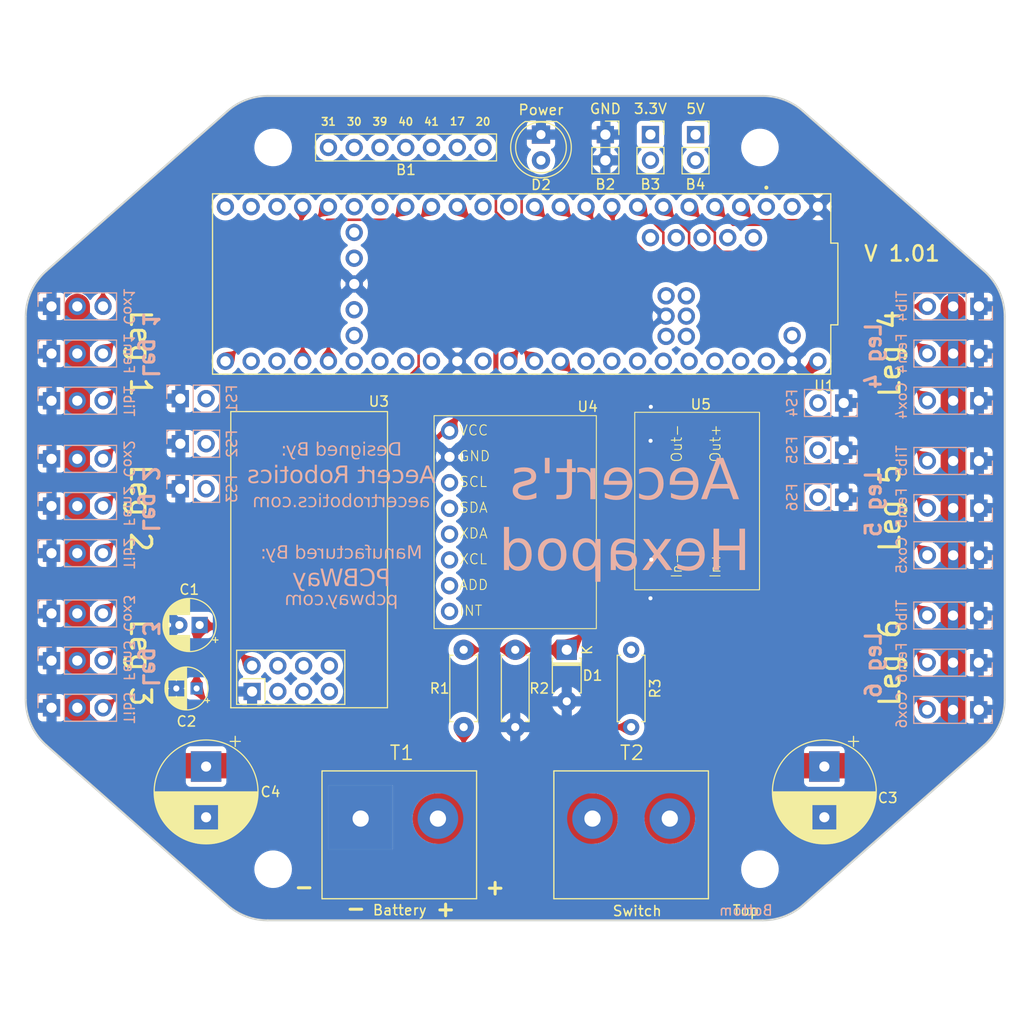
<source format=kicad_pcb>
(kicad_pcb (version 20221018) (generator pcbnew)
  (layers (0 "F.Cu" mixed) (1 "In1.Cu" mixed "In.Cu") (2 "In2.Cu" mixed) (31 "B.Cu" power "Ground.Cu") (34 "B.Paste" user) (35 "F.Paste" user) (36 "B.SilkS" user "B.Silkscreen") (37 "F.SilkS" user "F.Silkscreen") (38 "B.Mask" user) (39 "F.Mask" user) (44 "Edge.Cuts" user))
  (net 0 "")
  (net 3 "+3.3V")
  (net 12 "+5V")
  (net 15 "Net-(U1-USB_GND-PadUSB_GND1)")
  (net 17 "MOSI")
  (net 18 "MISO")
  (net 19 "SCK")
  (net 20 "Gyro SDA")
  (net 21 "Gyro SCL")
  (net 22 "CE")
  (net 23 "CSN")
  (net 25 "GND")
  (net 26 "Leg1 Coxa")
  (net 27 "Leg1 Femur")
  (net 28 "Leg1 Tibia")
  (net 29 "+BATT")
  (net 30 "Leg2 Coxa")
  (net 31 "Leg2 Femur")
  (net 32 "Leg2 Tibia")
  (net 33 "Leg3 Coxa")
  (net 34 "Leg3 Femur")
  (net 35 "Leg3 Tibia")
  (net 36 "Leg4 Coxa")
  (net 37 "Leg4 Femur")
  (net 38 "Leg4 Tibia")
  (net 39 "Leg5 Coxa")
  (net 40 "Leg5 Femur")
  (net 41 "Leg5 Tibia")
  (net 42 "Leg6 Coxa")
  (net 43 "Leg6 Femur")
  (net 44 "Leg6 Tibia")
  (net 45 "Teensy VIN")
  (net 51 "Battery Voltage Divider")
  (net 52 "Net-(T1-Pad2)")
  (net 53 "FS1")
  (net 54 "FS2")
  (net 55 "FS3")
  (net 56 "FS4")
  (net 57 "FS5")
  (net 58 "FS6")
  (net 59 "B1")
  (net 60 "B2")
  (net 61 "B3")
  (net 62 "B4")
  (net 63 "B5")
  (net 64 "B6")
  (net 65 "B7")
  (net 66 "Net-(D2-A)")
  (footprint "Connector_PinSocket_2.54mm:PinSocket_1x02_P2.54mm_Vertical" (layer "F.Cu") (at 152.4 64.77)
    (fp_text reference "B2")
    (fp_text value "GND")
  )
  (footprint "Buck Converter 5V MP1584EN:Buck Converter 5V MP1584EN" (layer "F.Cu") (at 169.626 100.9015 90)
    (fp_text reference "U5")
    (fp_text value "Buck Converter 5V MP1584EN")
  )
  (footprint "MountingHole:MountingHole_3.2mm_M3" (layer "F.Cu") (at 167.64 137.202 90)
    (fp_text reference "H3" hide)
    (fp_text value "MountingHole")
  )
  (footprint "LED_THT:LED_D5.0mm_IRGrey" (layer "F.Cu") (at 146.05 64.77 -90)
    (fp_text reference "D2")
    (fp_text value "LD271")
  )
  (footprint "MountingHole:MountingHole_3.2mm_M3" (layer "F.Cu") (at 119.64 66.04 90)
    (fp_text reference "H2" hide)
    (fp_text value "MountingHole")
  )
  (footprint "MountingHole:MountingHole_3.2mm_M3" (layer "F.Cu") (at 167.64 66.039999 90)
    (fp_text reference "H4" hide)
    (fp_text value "MountingHole")
  )
  (footprint "Connector_PinSocket_2.54mm:PinSocket_1x02_P2.54mm_Vertical" (layer "F.Cu") (at 161.29 64.77)
    (fp_text reference "B4")
    (fp_text value "5V")
  )
  (footprint "MPU6050 THT:MPU6050 THT" (layer "F.Cu") (at 143.256 115.597)
    (fp_text reference "U4")
    (fp_text value "Gyro MPU6050")
  )
  (footprint "Resistor_THT:R_Axial_DIN0207_L6.3mm_D2.5mm_P7.62mm_Horizontal" (layer "F.Cu") (at 154.94 115.57 -90)
    (fp_text reference "R3")
    (fp_text value "470u")
  )
  (footprint "Resistor_THT:R_Axial_DIN0207_L6.3mm_D2.5mm_P7.62mm_Horizontal" (layer "F.Cu") (at 143.51 115.57 -90)
    (fp_text reference "R2")
    (fp_text value "R2")
  )
  (footprint "Capacitor_THT:CP_Radial_D10.0mm_P5.00mm" (layer "F.Cu") (at 113.03 127.08 -90)
    (fp_text reference "C4")
    (fp_text value "16V 1000uf")
  )
  (footprint "Terminal 2 Pin:CUI_TB005-762-02BE" (layer "F.Cu") (at 128.27 132.2125)
    (fp_text reference "T1")
    (fp_text value "Battery")
  )
  (footprint "MountingHole:MountingHole_3.2mm_M3" (layer "F.Cu") (at 119.640001 137.202 90)
    (fp_text reference "H1" hide)
    (fp_text value "MountingHole")
  )
  (footprint "Connector_PinSocket_2.54mm:PinSocket_1x07_P2.54mm_Vertical" (layer "F.Cu") (at 125.095 66.04 90)
    (fp_text reference "B1")
    (fp_text value "Breakouts")
  )
  (footprint "Terminal 2 Pin:CUI_TB005-762-02BE" (layer "F.Cu") (at 151.13 132.2125)
    (fp_text reference "T2")
    (fp_text value "Switch")
  )
  (footprint "Capacitor_THT:CP_Radial_D4.0mm_P2.00mm" (layer "F.Cu") (at 112.0976 119.380001 180)
    (fp_text reference "C2")
    (fp_text value "50V 0.1uF")
  )
  (footprint "LOGO" (layer "F.Cu") (at 172.391472 113.876982)
    (fp_text reference "G***" hide)
    (fp_text value "LOGO" hide)
  )
  (footprint "Capacitor_THT:CP_Radial_D5.0mm_P2.00mm" (layer "F.Cu") (at 112.395 113.125 180)
    (fp_text reference "C1")
    (fp_text value "50V 10uF")
  )
  (footprint "Resistor_THT:R_Axial_DIN0207_L6.3mm_D2.5mm_P7.62mm_Horizontal" (layer "F.Cu") (at 138.43 123.19 90)
    (fp_text reference "R1")
    (fp_text value "R1")
  )
  (footprint "Diode_THT:D_T-1_P5.08mm_Horizontal" (layer "F.Cu") (at 148.59 115.57 -90)
    (fp_text reference "D1")
    (fp_text value "D_Zener")
  )
  (footprint "Connector_PinSocket_2.54mm:PinSocket_1x02_P2.54mm_Vertical" (layer "F.Cu") (at 156.845 64.765)
    (fp_text reference "B3")
    (fp_text value "3.3V")
  )
  (footprint "Capacitor_THT:CP_Radial_D10.0mm_P5.00mm" (layer "F.Cu") (at 173.99 127.08 -90)
    (fp_text reference "C3")
    (fp_text value "16V 1000uf")
  )
  (footprint "RF_Module:nRF24L01_Breakout" (layer "F.Cu") (at 117.565 119.68 90)
    (fp_text reference "U3")
    (fp_text value "NRF24L01_Breakout")
  )
  (footprint "Teensy 4.1:MODULE_DEV-16771" (layer "F.Cu") (at 144.145 79.5 180)
    (fp_text reference "U1")
    (fp_text value "DEV-16771")
  )
  (footprint "Connector_PinHeader_2.54mm:PinHeader_1x03_P2.54mm_Vertical" (layer "B.Cu") (at 97.79 96.745001 -90)
    (fp_text reference "Cox2")
    (fp_text value "Conn_01x03")
  )
  (footprint "Connector_PinHeader_2.54mm:PinHeader_1x03_P2.54mm_Vertical" (layer "B.Cu") (at 189.21498 121.490001 90)
    (fp_text reference "Cox6")
    (fp_text value "Conn_01x03")
  )
  (footprint "Connector_PinHeader_2.54mm:PinHeader_1x03_P2.54mm_Vertical" (layer "B.Cu") (at 97.79 106.045001 -90)
    (fp_text reference "Tib2")
    (fp_text value "Conn_01x03")
  )
  (footprint "Connector_PinHeader_2.54mm:PinHeader_1x02_P2.54mm_Vertical" (layer "B.Cu") (at 175.9 91.235 90)
    (fp_text reference "FS4")
    (fp_text value "Foot Switch 4")
  )
  (footprint "Connector_PinHeader_2.54mm:PinHeader_1x03_P2.54mm_Vertical" (layer "B.Cu") (at 189.230001 106.25 90)
    (fp_text reference "Cox5")
    (fp_text value "Conn_01x03")
  )
  (footprint "Connector_PinHeader_2.54mm:PinHeader_1x03_P2.54mm_Vertical" (layer "B.Cu") (at 97.790001 91.01 -90)
    (fp_text reference "Tib1")
    (fp_text value "Conn_01x03")
  )
  (footprint "Connector_PinHeader_2.54mm:PinHeader_1x03_P2.54mm_Vertical" (layer "B.Cu") (at 189.23 86.36 90)
    (fp_text reference "Fem4")
    (fp_text value "Conn_01x03")
  )
  (footprint "Connector_PinHeader_2.54mm:PinHeader_1x03_P2.54mm_Vertical" (layer "B.Cu") (at 97.789999 116.635 -90)
    (fp_text reference "Fem3")
    (fp_text value "Conn_01x03")
  )
  (footprint "Connector_PinHeader_2.54mm:PinHeader_1x03_P2.54mm_Vertical" (layer "B.Cu") (at 189.214997 112.189999 90)
    (fp_text reference "Tib6")
    (fp_text value "Conn_01x03")
  )
  (footprint "Connector_PinHeader_2.54mm:PinHeader_1x03_P2.54mm_Vertical" (layer "B.Cu") (at 189.23 101.6 90)
    (fp_text reference "Fem5")
    (fp_text value "Conn_01x03")
  )
  (footprint "Connector_PinHeader_2.54mm:PinHeader_1x03_P2.54mm_Vertical" (layer "B.Cu") (at 97.790001 81.71 -90)
    (fp_text reference "Cox1")
    (fp_text value "Conn_01x03")
  )
  (footprint "Connector_PinHeader_2.54mm:PinHeader_1x02_P2.54mm_Vertical" (layer "B.Cu") (at 110.495 95.25 -90)
    (fp_text reference "FS2")
    (fp_text value "Foot Switch 2")
  )
  (footprint "Connector_PinHeader_2.54mm:PinHeader_1x02_P2.54mm_Vertical" (layer "B.Cu") (at 175.900001 95.885 90)
    (fp_text reference "FS5")
    (fp_text value "Foot Switch 5")
  )
  (footprint "Connector_PinHeader_2.54mm:PinHeader_1x03_P2.54mm_Vertical" (layer "B.Cu") (at 189.229992 91.01001 90)
    (fp_text reference "Cox4")
    (fp_text value "Conn_01x03")
  )
  (footprint "Connector_PinHeader_2.54mm:PinHeader_1x03_P2.54mm_Vertical" (layer "B.Cu") (at 97.790001 101.395 -90)
    (fp_text reference "Fem2")
    (fp_text value "Conn_01x03")
  )
  (footprint "Connector_PinHeader_2.54mm:PinHeader_1x03_P2.54mm_Vertical" (layer "B.Cu") (at 189.230001 96.95 90)
    (fp_text reference "Tib5")
    (fp_text value "Conn_01x03")
  )
  (footprint "Connector_PinHeader_2.54mm:PinHeader_1x03_P2.54mm_Vertical" (layer "B.Cu") (at 97.79 86.36 -90)
    (fp_text reference "Fem1")
    (fp_text value "Conn_01x03")
  )
  (footprint "Connector_PinHeader_2.54mm:PinHeader_1x03_P2.54mm_Vertical" (layer "B.Cu") (at 97.79 111.985 -90)
    (fp_text reference "Cox3")
    (fp_text value "Conn_01x03")
  )
  (footprint "Connector_PinHeader_2.54mm:PinHeader_1x02_P2.54mm_Vertical" (layer "B.Cu") (at 110.49 90.805 -90)
    (fp_text reference "FS1")
    (fp_text value "Foot Switch 1")
  )
  (footprint "Connector_PinHeader_2.54mm:PinHeader_1x03_P2.54mm_Vertical" (layer "B.Cu") (at 97.79 121.285 -90)
    (fp_text reference "Tib3")
    (fp_text value "Conn_01x03")
  )
  (footprint "Connector_PinHeader_2.54mm:PinHeader_1x02_P2.54mm_Vertical" (layer "B.Cu") (at 110.49 99.695 -90)
    (fp_text reference "FS3")
    (fp_text value "Foot Switch 3")
  )
  (footprint "Connector_PinHeader_2.54mm:PinHeader_1x02_P2.54mm_Vertical" (layer "B.Cu") (at 175.9 100.535 90)
    (fp_text reference "FS6")
    (fp_text value "Foot Switch 6")
  )
  (footprint "Connector_PinHeader_2.54mm:PinHeader_1x03_P2.54mm_Vertical" (layer "B.Cu") (at 189.215 116.84 90)
    (fp_text reference "Fem6")
    (fp_text value "Conn_01x03")
  )
  (footprint "Connector_PinHeader_2.54mm:PinHeader_1x03_P2.54mm_Vertical" (layer "B.Cu") (at 189.230008 81.710011 90)
    (fp_text reference "Tib4")
    (fp_text value "Conn_01x03")
  )
  (gr_line (start 115.138897 140.739027) (end 97.28027 124.981416) (stroke (width 0.2)) (layer "Edge.Cuts"))
  (gr_arc (start 115.138897 62.460973) (mid 116.98662 61.347782) (end 119.108627 60.96) (stroke (width 0.2)) (layer "Edge.Cuts"))
  (gr_arc (start 95.25 82.717612) (mid 95.781066 80.249652) (end 97.28027 78.218584) (stroke (width 0.2)) (layer "Edge.Cuts"))
  (gr_arc (start 191.77 120.482388) (mid 191.238934 122.950348) (end 189.73973 124.981416) (stroke (width 0.2)) (layer "Edge.Cuts"))
  (gr_arc (start 97.28027 124.981416) (mid 95.781074 122.950344) (end 95.25 120.482388) (stroke (width 0.2)) (layer "Edge.Cuts"))
  (gr_arc (start 171.881103 140.739027) (mid 170.03338 141.852218) (end 167.911373 142.24) (stroke (width 0.2)) (layer "Edge.Cuts"))
  (gr_arc (start 119.108627 142.24) (mid 116.986614 141.852234) (end 115.138897 140.739027) (stroke (width 0.2)) (layer "Edge.Cuts"))
  (gr_line (start 97.28027 78.218584) (end 115.138897 62.460973) (stroke (width 0.2)) (layer "Edge.Cuts"))
  (gr_line (start 191.77 82.717612) (end 191.77 120.482388) (stroke (width 0.2)) (layer "Edge.Cuts"))
  (gr_arc (start 167.911373 60.96) (mid 170.033386 61.347766) (end 171.881103 62.460973) (stroke (width 0.2)) (layer "Edge.Cuts"))
  (gr_line (start 119.108627 60.96) (end 167.911373 60.96) (stroke (width 0.2)) (layer "Edge.Cuts"))
  (gr_line (start 95.25 120.482388) (end 95.25 82.717612) (stroke (width 0.2)) (layer "Edge.Cuts"))
  (gr_line (start 171.881103 62.460973) (end 189.73973 78.218584) (stroke (width 0.2)) (layer "Edge.Cuts"))
  (gr_arc (start 189.73973 78.218584) (mid 191.238926 80.249656) (end 191.77 82.717612) (stroke (width 0.2)) (layer "Edge.Cuts"))
  (gr_line (start 167.911373 142.24) (end 119.108627 142.24) (stroke (width 0.2)) (layer "Edge.Cuts"))
  (gr_line (start 189.73973 124.981416) (end 171.881103 140.739027) (stroke (width 0.2)) (layer "Edge.Cuts"))
  (gr_text "Designed By:" (at 126.365 95.885) (layer "B.SilkS") (effects (font (size 1.3 1.3)) (justify mirror)))
  (gr_text "Bottom" (at 166.251373 141.84923) (layer "B.SilkS") (effects (font (size 1 1)) (justify bottom mirror)))
  (gr_text "Manufactured By:" (at 126.365 106.045) (layer "B.SilkS") (effects (font (size 1.3 1.3)) (justify mirror)))
  (gr_text "pcbway.com" (at 126.365 110.617) (layer "B.SilkS") (effects (font (size 1.3 1.3) (thickness 0.23)) (justify mirror)))
  (gr_text "Leg 1" (at 106.68 88.9 -90) (layer "B.SilkS") (effects (font (size 1.5 1.5) (thickness 0.3) bold) (justify left bottom mirror)))
  (gr_text "Leg 6" (at 179.705 113.665 90) (layer "B.SilkS") (effects (font (size 1.5 1.5) (thickness 0.3) bold) (justify left bottom mirror)))
  (gr_text "Leg 2" (at 106.68 104.14 -90) (layer "B.SilkS") (effects (font (size 1.5 1.5) (thickness 0.3) bold) (justify left bottom mirror)))
  (gr_text "PCBWay" (at 126.365 108.585) (layer "B.SilkS") (effects (font (size 1.7 1.7) (thickness 0.23)) (justify mirror)))
  (gr_text "Aecert's" (at 154.305 99.06) (layer "B.SilkS") (effects (font (size 4 4) (thickness 0.25)) (justify mirror)))
  (gr_text "Hexapod" (at 154.305 106.045) (layer "B.SilkS") (effects (font (size 4 4) (thickness 0.25)) (justify mirror)))
  (gr_text "Leg 4" (at 179.705 83.185001 90) (layer "B.SilkS") (effects (font (size 1.5 1.5) (thickness 0.3) bold) (justify left bottom mirror)))
  (gr_text "Aecert Robotics" (at 126.365 98.425) (layer "B.SilkS") (effects (font (size 1.7 1.7) (thickness 0.23)) (justify mirror)))
  (gr_text "Leg 3" (at 106.68 119.38 -90) (layer "B.SilkS") (effects (font (size 1.5 1.5) (thickness 0.3) bold) (justify left bottom mirror)))
  (gr_text "aecertrobotics.com" (at 126.365 100.965) (layer "B.SilkS") (effects (font (size 1.3 1.3) (thickness 0.23)) (justify mirror)))
  (gr_text "Leg 5" (at 179.705 97.79 90) (layer "B.SilkS") (effects (font (size 1.5 1.5) (thickness 0.3) bold) (justify left bottom mirror)))
  (gr_text "Switch\n" (at 153.035 141.908246) (layer "F.SilkS") (effects (font (size 1 1)) (justify left bottom)))
  (gr_text "20" (at 140.335 63.5) (layer "F.SilkS") (effects (font (size 0.75 0.75))))
  (gr_text "Leg 2" (at 105.41 101.6 270) (layer "F.SilkS") (effects (font (size 2 2) (thickness 0.3) bold) (justify bottom)))
  (gr_text "30" (at 127.635 63.5) (layer "F.SilkS") (effects (font (size 0.75 0.75))))
  (gr_text "Power" (at 146.05155 62.33467) (layer "F.SilkS") (effects (font (size 1 1))))
  (gr_text "Leg 3" (at 105.41 116.84 270) (layer "F.SilkS") (effects (font (size 2 2) (thickness 0.3) bold) (justify bottom)))
  (gr_text "Battery\n" (at 132.125721 141.825631) (layer "F.SilkS") (effects (font (size 1 1)) (justify bottom)))
  (gr_text "31" (at 125.095 63.5) (layer "F.SilkS") (effects (font (size 0.75 0.75))))
  (gr_text "41" (at 135.255 63.5) (layer "F.SilkS") (effects (font (size 0.75 0.75))))
  (gr_text "17" (at 137.801322 63.474502) (layer "F.SilkS") (effects (font (size 0.75 0.75))))
  (gr_text "+" (at 142.654557 139.847825) (layer "F.SilkS") (effects (font (size 1.5 1.5) (thickness 0.3)) (justify left bottom mirror)))
  (gr_text "Leg 6" (at 181.61 116.84 90) (layer "F.SilkS") (effects (font (size 2 2) (thickness 0.3) bold) (justify bottom)))
  (gr_text "Leg 1" (at 105.41 86.36 270) (layer "F.SilkS") (effects (font (size 2 2) (thickness 0.3) bold) (justify bottom)))
  (gr_text "Top" (at 166.251373 141.84923) (layer "F.SilkS") (effects (font (size 1 1)) (justify bottom)))
  (gr_text "40" (at 132.715 63.5) (layer "F.SilkS") (effects (font (size 0.75 0.75))))
  (gr_text "Leg 5" (at 181.61 101.6 90) (layer "F.SilkS") (effects (font (size 2 2) (thickness 0.3) bold) (justify bottom)))
  (gr_text "39" (at 130.175 63.5) (layer "F.SilkS") (effects (font (size 0.75 0.75))))
  (gr_text "V 1.01" (at 177.772087 77.379285) (layer "F.SilkS") (effects (font (size 1.5 1.5) (thickness 0.25) bold) (justify left bottom)))
  (gr_text "-" (at 123.82072 139.804125) (layer "F.SilkS") (effects (font (size 1.5 1.5) (thickness 0.3) bold) (justify left bottom mirror)))
  (gr_text "-" (at 128.927442 141.921528) (layer "F.SilkS") (effects (font (size 1.5 1.5) (thickness 0.3) bold) (justify left bottom mirror)))
  (gr_text "+" (at 137.774768 141.988049) (layer "F.SilkS") (effects (font (size 1.5 1.5) (thickness 0.3)) (justify left bottom mirror)))
  (gr_text "Leg 4" (at 181.61 86.36 90) (layer "F.SilkS") (effects (font (size 2 2) (thickness 0.3) bold) (justify bottom)))
  (segment (start 117.265 116.84) (end 117.565 117.14) (width 0.25) (layer "F.Cu") (net 3))
  (segment (start 112.0976 119.7176) (end 115.57 123.19) (width 0.5) (layer "F.Cu") (net 3))
  (segment (start 112.0976 119.380001) (end 112.0976 119.7176) (width 0.5) (layer "F.Cu") (net 3))
  (segment (start 112.0976 113.4224) (end 112.395 113.125) (width 0.5) (layer "F.Cu") (net 3))
  (segment (start 141.605 88.899999) (end 137.034 93.470999) (width 0.5) (layer "F.Cu") (net 3))
  (segment (start 115.57 123.19) (end 128.27 123.19) (width 0.5) (layer "F.Cu") (net 3))
  (segment (start 112.395 113.125) (end 113.55 113.125) (width 0.5) (layer "F.Cu") (net 3))
  (segment (start 133.985 117.475) (end 136.525 120.015) (width 0.5) (layer "F.Cu") (net 3))
  (segment (start 113.55 113.125) (end 117.565 117.14) (width 0.5) (layer "F.Cu") (net 3))
  (segment (start 137.034 93.470999) (end 137.034 94.007) (width 0.5) (layer "F.Cu") (net 3))
  (segment (start 146.685 123.19) (end 154.94 123.19) (width 0.5) (layer "F.Cu") (net 3))
  (segment (start 143.51 120.015) (end 146.685 123.19) (width 0.5) (layer "F.Cu") (net 3))
  (segment (start 128.27 123.19) (end 133.985 117.475) (width 0.5) (layer "F.Cu") (net 3))
  (segment (start 133.985 96.519999) (end 141.605 88.899999) (width 0.5) (layer "F.Cu") (net 3))
  (segment (start 141.605 88.899999) (end 141.605 75.69) (width 0.5) (layer "F.Cu") (net 3))
  (segment (start 141.605 75.69) (end 137.795 71.88) (width 0.5) (layer "F.Cu") (net 3))
  (segment (start 136.525 120.015) (end 143.51 120.015) (width 0.5) (layer "F.Cu") (net 3))
  (segment (start 112.0976 119.380001) (end 112.0976 113.4224) (width 0.5) (layer "F.Cu") (net 3))
  (segment (start 133.985 117.475) (end 133.985 96.519999) (width 0.5) (layer "F.Cu") (net 3))
  (segment (start 122.645 117.139999) (end 122.645 116.923949) (width 0.25) (layer "F.Cu") (net 17))
  (segment (start 120.105 117.14) (end 120.825344 117.139999) (width 0.25) (layer "F.Cu") (net 23))
  (segment (start 156.926 93.2815) (end 157.6 93.2815) (width 1) (layer "F.Cu") (net 25))
  (via (at 156.845 110.49) (size 0.8) (drill 0.4) (layers "F.Cu" "B.Cu") (net 25))
  (via (at 156.926 106.68) (size 0.8) (drill 0.4) (layers "F.Cu" "B.Cu") (net 25))
  (via (at 156.856159 94.964401) (size 0.8) (drill 0.4) (layers "F.Cu" "B.Cu") (net 25))
  (via (at 156.881354 91.613488) (size 0.8) (drill 0.4) (layers "F.Cu" "B.Cu") (net 25))
  (segment (start 179.07 85.734772) (end 172.369228 79.034) (width 0.25) (layer "F.Cu") (net 26))
  (segment (start 179.07 116.425021) (end 179.07 85.734772) (width 0.25) (layer "F.Cu") (net 26))
  (segment (start 152.569 79.034) (end 145.415 71.88) (width 0.25) (layer "F.Cu") (net 26))
  (segment (start 184.13498 121.490001) (end 179.07 116.425021) (width 0.25) (layer "F.Cu") (net 26))
  (segment (start 172.369228 79.034) (end 152.569 79.034) (width 0.25) (layer "F.Cu") (net 26))
  (segment (start 172.555624 78.584) (end 154.659 78.584) (width 0.25) (layer "F.Cu") (net 27))
  (segment (start 184.135 116.84) (end 179.705 112.41) (width 0.25) (layer "F.Cu") (net 27))
  (segment (start 179.705 85.733377) (end 172.555624 78.584) (width 0.25) (layer "F.Cu") (net 27))
  (segment (start 154.659 78.584) (end 147.955 71.88) (width 0.25) (layer "F.Cu") (net 27))
  (segment (start 179.705 112.41) (end 179.705 85.733377) (width 0.25) (layer "F.Cu") (net 27))
  (segment (start 150.495 72.4525) (end 150.494999 71.88) (width 0.25) (layer "F.Cu") (net 28))
  (segment (start 172.74202 78.134) (end 156.1765 78.134) (width 0.25) (layer "F.Cu") (net 28))
  (segment (start 180.26 85.65198) (end 172.74202 78.134) (width 0.25) (layer "F.Cu") (net 28))
  (segment (start 184.134996 112.189999) (end 180.26 108.315003) (width 0.25) (layer "F.Cu") (net 28))
  (segment (start 180.26 108.315003) (end 180.26 85.65198) (width 0.25) (layer "F.Cu") (net 28))
  (segment (start 156.1765 78.134) (end 150.495 72.4525) (width 0.25) (layer "F.Cu") (net 28))
  (segment (start 155.575 127) (end 152.4 127) (width 2.5) (layer "F.Cu") (net 29))
  (segment (start 158.75 130.175) (end 161.925 127) (width 2.5) (layer "F.Cu") (net 29))
  (segment (start 152.4 127) (end 138.43 127) (width 2.5) (layer "F.Cu") (net 29))
  (segment (start 165.816 112.314) (end 158.75 119.38) (width 1) (layer "F.Cu") (net 29))
  (segment (start 100.330001 81.71) (end 100.315 81.709999) (width 2) (layer "F.Cu") (net 29))
  (segment (start 158.75 130.175) (end 158.75 132.2125) (width 5) (layer "F.Cu") (net 29))
  (segment (start 186.70502 124.44498) (end 186.70502 81.740023) (width 2.5) (layer "F.Cu") (net 29))
  (segment (start 186.70502 81.740023) (end 186.674996 81.709999) (width 2) (layer "F.Cu") (net 29))
  (segment (start 100.33 122.347057) (end 100.330001 81.71) (width 2.5) (layer "F.Cu") (net 29))
  (segment (start 138.43 127) (end 104.982943 127) (width 2.5) (layer "F.Cu") (net 29))
  (segment (start 138.43 123.19) (end 138.43 127) (width 0.25) (layer "F.Cu") (net 29))
  (segment (start 165.816 109.7915) (end 165.816 112.314) (width 1) (layer "F.Cu") (net 29))
  (segment (start 184.15 127) (end 186.70502 124.44498) (width 2.5) (layer "F.Cu") (net 29))
  (segment (start 104.982943 127) (end 100.33 122.347057) (width 2.5) (layer "F.Cu") (net 29))
  (segment (start 158.75 130.175) (end 155.575 127) (width 2.5) (layer "F.Cu") (net 29))
  (segment (start 161.925 127) (end 184.15 127) (width 2.5) (layer "F.Cu") (net 29))
  (segment (start 158.75 119.38) (end 158.75 130.175) (width 1) (layer "F.Cu") (net 29))
  (segment (start 153.035001 73.063769) (end 153.035001 71.88) (width 0.25) (layer "F.Cu") (net 30))
  (segment (start 157.655231 77.684) (end 153.035001 73.063769) (width 0.25) (layer "F.Cu") (net 30))
  (segment (start 172.928416 77.684) (end 157.655231 77.684) (width 0.25) (layer "F.Cu") (net 30))
  (segment (start 184.150001 106.25) (end 180.71 102.809999) (width 0.25) (layer "F.Cu") (net 30))
  (segment (start 180.71 102.809999) (end 180.71 85.465584) (width 0.25) (layer "F.Cu") (net 30))
  (segment (start 180.71 85.465584) (end 172.928416 77.684) (width 0.25) (layer "F.Cu") (net 30))
  (segment (start 158.115 74.42) (end 155.575 71.88) (width 0.25) (layer "F.Cu") (net 31))
  (segment (start 158.115 76.2) (end 158.115 74.42) (width 0.25) (layer "F.Cu") (net 31))
  (segment (start 184.150001 101.6) (end 181.16 98.61) (width 0.25) (layer "F.Cu") (net 31))
  (segment (start 173.114812 77.234) (end 159.149 77.234) (width 0.25) (layer "F.Cu") (net 31))
  (segment (start 159.149 77.234) (end 158.115 76.2) (width 0.25) (layer "F.Cu") (net 31))
  (segment (start 181.16 85.279188) (end 173.114812 77.234) (width 0.25) (layer "F.Cu") (net 31))
  (segment (start 181.16 98.61) (end 181.16 85.279188) (width 0.25) (layer "F.Cu") (net 31))
  (segment (start 184.150001 96.95) (end 181.61 94.409999) (width 0.25) (layer "F.Cu") (net 32))
  (segment (start 160.655 74.42) (end 158.115 71.88) (width 0.25) (layer "F.Cu") (net 32))
  (segment (start 173.301208 76.784) (end 161.835231 76.784) (width 0.25) (layer "F.Cu") (net 32))
  (segment (start 160.655 75.603769) (end 160.655 74.42) (width 0.25) (layer "F.Cu") (net 32))
  (segment (start 181.61 85.092792) (end 173.301208 76.784) (width 0.25) (layer "F.Cu") (net 32))
  (segment (start 161.835231 76.784) (end 160.655 75.603769) (width 0.25) (layer "F.Cu") (net 32))
  (segment (start 181.61 94.409999) (end 181.61 85.092792) (width 0.25) (layer "F.Cu") (net 32))
  (segment (start 182.245 89.105018) (end 182.245 85.091396) (width 0.25) (layer "F.Cu") (net 33))
  (segment (start 184.149992 91.01001) (end 182.245 89.105018) (width 0.25) (layer "F.Cu") (net 33))
  (segment (start 163.195 75.603769) (end 163.195 74.42) (width 0.25) (layer "F.Cu") (net 33))
  (segment (start 163.925231 76.334) (end 163.195 75.603769) (width 0.25) (layer "F.Cu") (net 33))
  (segment (start 173.487604 76.334) (end 163.925231 76.334) (width 0.25) (layer "F.Cu") (net 33))
  (segment (start 182.245 85.091396) (end 173.487604 76.334) (width 0.25) (layer "F.Cu") (net 33))
  (segment (start 163.195 74.42) (end 160.655 71.88) (width 0.25) (layer "F.Cu") (net 33))
  (segment (start 173.673302 75.884698) (end 171.448604 73.66) (width 0.25) (layer "F.Cu") (net 34))
  (segment (start 184.15 86.36) (end 173.674 75.884) (width 0.25) (layer "F.Cu") (net 34))
  (segment (start 164.975001 73.66) (end 163.195 71.879999) (width 0.25) (layer "F.Cu") (net 34))
  (segment (start 171.448604 73.66) (end 164.975001 73.66) (width 0.25) (layer "F.Cu") (net 34))
  (segment (start 165.735 71.88) (end 167.065 73.21) (width 0.25) (layer "F.Cu") (net 35))
  (segment (start 180.141951 81.710011) (end 184.150009 81.710011) (width 0.25) (layer "F.Cu") (net 35))
  (segment (start 167.065 73.21) (end 171.64194 73.21) (width 0.25) (layer "F.Cu") (net 35))
  (segment (start 171.64194 73.21) (end 180.141951 81.710011) (width 0.25) (layer "F.Cu") (net 35))
  (segment (start 107.05 79.64698) (end 110.94698 75.75) (width 0.25) (layer "F.Cu") (net 36))
  (segment (start 107.05 107.805) (end 107.05 79.64698) (width 0.25) (layer "F.Cu") (net 36))
  (segment (start 118.928603 75.75) (end 122.554999 79.376396) (width 0.25) (layer "F.Cu") (net 36))
  (segment (start 110.94698 75.75) (end 118.928603 75.75) (width 0.25) (layer "F.Cu") (net 36))
  (segment (start 102.869999 111.985) (end 107.05 107.805) (width 0.25) (layer "F.Cu") (net 36))
  (segment (start 122.554999 79.376396) (end 122.555 87.12) (width 0.25) (layer "F.Cu") (net 36))
  (segment (start 102.869999 116.635) (end 107.5 112.004999) (width 0.25) (layer "F.Cu") (net 37))
  (segment (start 111.133376 76.2) (end 118.742207 76.2) (width 0.25) (layer "F.Cu") (net 37))
  (segment (start 118.742207 76.2) (end 120.65 78.107793) (width 0.25) (layer "F.Cu") (net 37))
  (segment (start 107.5 79.833376) (end 111.133376 76.2) (width 0.25) (layer "F.Cu") (net 37))
  (segment (start 120.65 78.107793) (end 120.65 81.405) (width 0.25) (layer "F.Cu") (net 37))
  (segment (start 120.65 81.405) (end 114.935 87.12) (width 0.25) (layer "F.Cu") (net 37))
  (segment (start 107.5 112.004999) (end 107.5 79.833376) (width 0.25) (layer "F.Cu") (net 37))
  (segment (start 109.978482 88.776518) (end 132.838482 88.776518) (width 0.25) (layer "F.Cu") (net 38))
  (segment (start 132.838482 88.776518) (end 133.985 87.63) (width 0.25) (layer "F.Cu") (net 38))
  (segment (start 107.95 90.805) (end 109.978482 88.776518) (width 0.25) (layer "F.Cu") (net 38))
  (segment (start 107.95 116.54) (end 107.95 90.805) (width 0.25) (layer "F.Cu") (net 38))
  (segment (start 133.985 73.15) (end 135.255 71.88) (width 0.25) (layer "F.Cu") (net 38))
  (segment (start 103.205 121.285) (end 107.95 116.54) (width 0.25) (layer "F.Cu") (net 38))
  (segment (start 102.869999 121.285) (end 103.205 121.285) (width 0.25) (layer "F.Cu") (net 38))
  (segment (start 133.985 87.63) (end 133.985 73.15) (width 0.25) (layer "F.Cu") (net 38))
  (segment (start 110.387792 74.4) (end 122.575 74.4) (width 0.25) (layer "F.Cu") (net 39))
  (segment (start 105.7 93.915) (end 105.7 79.087792) (width 0.25) (layer "F.Cu") (net 39))
  (segment (start 102.87 96.745) (end 105.7 93.915) (width 0.25) (layer "F.Cu") (net 39))
  (segment (start 122.575 74.4) (end 125.095 71.88) (width 0.25) (layer "F.Cu") (net 39))
  (segment (start 105.7 79.087792) (end 110.387792 74.4) (width 0.25) (layer "F.Cu") (net 39))
  (segment (start 124.952717 73.167283) (end 131.427717 73.167283) (width 0.25) (layer "F.Cu") (net 40))
  (segment (start 106.15 79.274188) (end 110.574188 74.85) (width 0.25) (layer "F.Cu") (net 40))
  (segment (start 123.27 74.85) (end 124.952717 73.167283) (width 0.25) (layer "F.Cu") (net 40))
  (segment (start 102.870001 101.395) (end 106.15 98.115001) (width 0.25) (layer "F.Cu") (net 40))
  (segment (start 110.574188 74.85) (end 123.27 74.85) (width 0.25) (layer "F.Cu") (net 40))
  (segment (start 131.427717 73.167283) (end 132.715 71.88) (width 0.25) (layer "F.Cu") (net 40))
  (segment (start 106.15 98.115001) (end 106.15 79.274188) (width 0.25) (layer "F.Cu") (net 40))
  (segment (start 106.6 102.315) (end 106.6 79.460584) (width 0.25) (layer "F.Cu") (net 41))
  (segment (start 110.760584 75.3) (end 119.114999 75.3) (width 0.25) (layer "F.Cu") (net 41))
  (segment (start 102.87 106.045) (end 106.6 102.315) (width 0.25) (layer "F.Cu") (net 41))
  (segment (start 125.095 81.28) (end 125.095 87.12) (width 0.25) (layer "F.Cu") (net 41))
  (segment (start 119.114999 75.3) (end 125.095 81.28) (width 0.25) (layer "F.Cu") (net 41))
  (segment (start 106.6 79.460584) (end 110.760584 75.3) (width 0.25) (layer "F.Cu") (net 41))
  (segment (start 145.415 87.12) (end 144.145 85.85) (width 0.25) (layer "F.Cu") (net 42))
  (segment (start 112.844999 69.400001) (end 102.870001 79.374999) (width 0.25) (layer "F.Cu") (net 42))
  (segment (start 144.145 85.85) (end 144.145 70.483604) (width 0.25) (layer "F.Cu") (net 42))
  (segment (start 102.870001 79.374999) (end 102.870001 81.71) (width 0.25) (layer "F.Cu") (net 42))
  (segment (start 143.061396 69.400001) (end 112.844999 69.400001) (width 0.25) (layer "F.Cu") (net 42))
  (segment (start 144.145 70.483604) (end 143.061396 69.400001) (width 0.25) (layer "F.Cu") (net 42))
  (segment (start 104.775 78.105) (end 104.775 84.455) (width 0.25) (layer "F.Cu") (net 43))
  (segment (start 104.775 84.455) (end 102.87 86.36) (width 0.25) (layer "F.Cu") (net 43))
  (segment (start 141.605 70.485) (end 140.97 69.85) (width 0.25) (layer "F.Cu") (net 43))
  (segment (start 143.695 86.3) (end 143.695 74.48) (width 0.25) (layer "F.Cu") (net 43))
  (segment (start 143.695 74.48) (end 141.605001 72.39) (width 0.25) (layer "F.Cu") (net 43))
  (segment (start 141.605001 72.39) (end 141.605 70.485) (width 0.25) (layer "F.Cu") (net 43))
  (segment (start 142.875 87.12) (end 143.695 86.3) (width 0.25) (layer "F.Cu") (net 43))
  (segment (start 140.97 69.85) (end 113.03 69.85) (width 0.25) (layer "F.Cu") (net 43))
  (segment (start 113.03 69.85) (end 104.775 78.105) (width 0.25) (layer "F.Cu") (net 43))
  (segment (start 121.63 73.95) (end 110.201396 73.95) (width 0.25) (layer "F.Cu") (net 44))
  (segment (start 110.201396 73.95) (end 105.25 78.901396) (width 0.25) (layer "F.Cu") (net 44))
  (segment (start 122.555 71.88) (end 122.555 73.025) (width 0.25) (layer "F.Cu") (net 44))
  (segment (start 105.25 78.901396) (end 105.25 88.630001) (width 0.25) (layer "F.Cu") (net 44))
  (segment (start 122.555 73.025) (end 121.63 73.95) (width 0.25) (layer "F.Cu") (net 44))
  (segment (start 105.25 88.630001) (end 102.870001 91.01) (width 0.25) (layer "F.Cu") (net 44))
  (segment (start 173.355 87.12) (end 170.94 89.535) (width 1) (layer "F.Cu") (net 45))
  (segment (start 167.3225 89.535) (end 165.816 91.0415) (width 1) (layer "F.Cu") (net 45))
  (segment (start 170.94 89.535) (end 167.3225 89.535) (width 1) (layer "F.Cu") (net 45))
  (segment (start 165.816 91.0415) (end 165.816 92.0115) (width 1) (layer "F.Cu") (net 45))
  (segment (start 138.43 115.57) (end 143.51 115.57) (width 0.25) (layer "F.Cu") (net 51))
  (segment (start 148.59 115.57) (end 143.51 115.57) (width 0.25) (layer "F.Cu") (net 51))
  (segment (start 151.13 90.295) (end 151.13 113.03) (width 0.25) (layer "F.Cu") (net 51))
  (segment (start 151.13 113.03) (end 148.59 115.57) (width 0.25) (layer "F.Cu") (net 51))
  (segment (start 147.955 87.12) (end 151.13 90.295) (width 0.25) (layer "F.Cu") (net 51))
  (segment (start 135.89 132.2125) (end 151.13 132.2125) (width 5) (layer "F.Cu") (net 52))
  (segment (start 127 86.993604) (end 127 87.12) (width 0.25) (layer "F.Cu") (net 55))
  (zone (net 0) (net_name "") (layer "F.Cu") (priority 1) (connect_pads (clearance 0.5)) (min_thickness 0.25) (fill yes (thermal_gap 0.5) (thermal_bridge_width 0.5) (smoothing fillet) (radius 1) (island_removal_mode 1) (island_area_min 10))
    (polygon (pts (xy 164.771472 123.401982) (xy 179.376472 123.401982) (xy 172.234313 101.176982)))
  )
  (zone (net 25) (net_name "GND") (layer "B.Cu") (priority 2) (connect_pads yes (clearance 0.5)) (min_thickness 0.25) (fill yes (thermal_gap 0.5) (thermal_bridge_width 1) (island_removal_mode 1) (island_area_min 10))
    (polygon (pts (xy 125.095 128.905) (xy 131.445 128.905) (xy 131.445 135.255) (xy 125.095 135.255)))
  )
  (zone locked (net 25) (net_name "GND") (layer "B.Cu") (connect_pads (clearance 0.5)) (min_thickness 0.25) (fill yes (thermal_gap 0.5) (thermal_bridge_width 1) (island_removal_mode 1) (island_area_min 10))
    (polygon (pts (xy 93.345 57.785) (xy 92.71 145.415) (xy 193.675 145.415) (xy 193.675 57.785)))
  )
)
</source>
